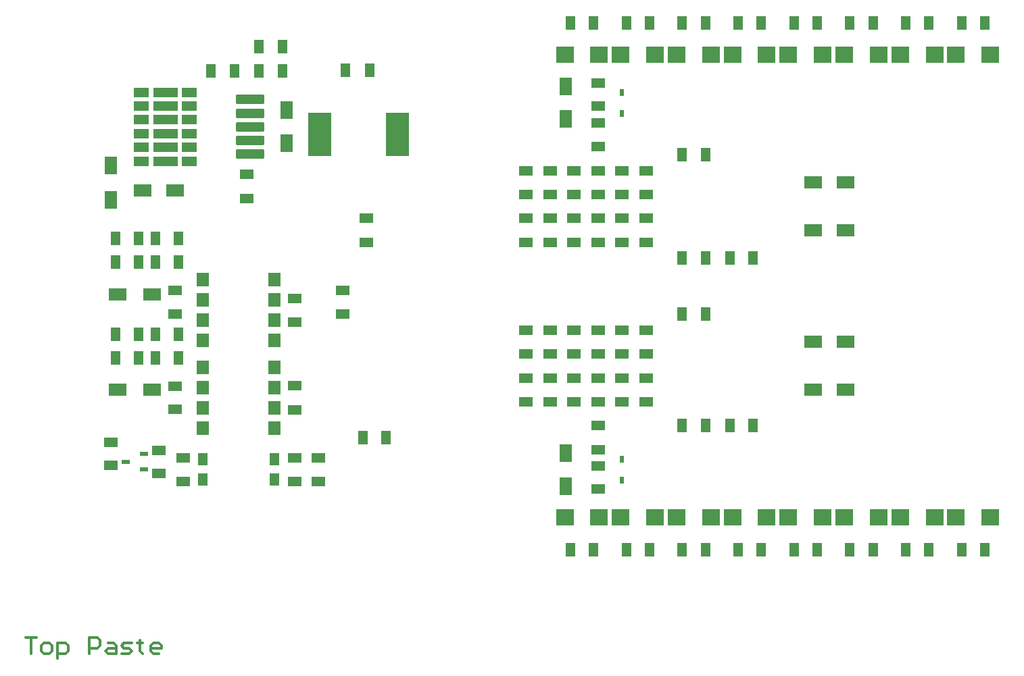
<source format=gtp>
G04*
G04 #@! TF.GenerationSoftware,Altium Limited,Altium Designer,22.5.1 (42)*
G04*
G04 Layer_Color=8421504*
%FSLAX25Y25*%
%MOIN*%
G70*
G04*
G04 #@! TF.SameCoordinates,AD146B9C-557F-4D5F-B811-4A91A8D423AC*
G04*
G04*
G04 #@! TF.FilePolarity,Positive*
G04*
G01*
G75*
%ADD10C,0.01181*%
%ADD17R,0.07500X0.05000*%
%ADD18R,0.12000X0.05000*%
%ADD19R,0.11417X0.21260*%
%ADD20R,0.04528X0.07087*%
%ADD21R,0.07087X0.04528*%
%ADD22R,0.09055X0.06102*%
%ADD23R,0.03937X0.02362*%
%ADD24R,0.05118X0.05906*%
%ADD25R,0.05984X0.07008*%
%ADD26R,0.08661X0.06102*%
%ADD27R,0.06102X0.09055*%
G04:AMPARAMS|DCode=28|XSize=45.28mil|YSize=141.73mil|CornerRadius=4.53mil|HoleSize=0mil|Usage=FLASHONLY|Rotation=270.000|XOffset=0mil|YOffset=0mil|HoleType=Round|Shape=RoundedRectangle|*
%AMROUNDEDRECTD28*
21,1,0.04528,0.13268,0,0,270.0*
21,1,0.03622,0.14173,0,0,270.0*
1,1,0.00906,-0.06634,-0.01811*
1,1,0.00906,-0.06634,0.01811*
1,1,0.00906,0.06634,0.01811*
1,1,0.00906,0.06634,-0.01811*
%
%ADD28ROUNDEDRECTD28*%
%ADD29R,0.06102X0.08661*%
%ADD30R,0.07087X0.04528*%
%ADD31R,0.01968X0.03543*%
%ADD32R,0.09055X0.08465*%
D10*
X1181Y-19820D02*
X6429D01*
X3805D01*
Y-27691D01*
X10364D02*
X12988D01*
X14300Y-26379D01*
Y-23755D01*
X12988Y-22444D01*
X10364D01*
X9053Y-23755D01*
Y-26379D01*
X10364Y-27691D01*
X16924Y-30315D02*
Y-22444D01*
X20860D01*
X22172Y-23755D01*
Y-26379D01*
X20860Y-27691D01*
X16924D01*
X32667D02*
Y-19820D01*
X36603D01*
X37915Y-21132D01*
Y-23755D01*
X36603Y-25067D01*
X32667D01*
X41850Y-22444D02*
X44474D01*
X45786Y-23755D01*
Y-27691D01*
X41850D01*
X40538Y-26379D01*
X41850Y-25067D01*
X45786D01*
X48410Y-27691D02*
X52346D01*
X53658Y-26379D01*
X52346Y-25067D01*
X49722D01*
X48410Y-23755D01*
X49722Y-22444D01*
X53658D01*
X57593Y-21132D02*
Y-22444D01*
X56282D01*
X58905D01*
X57593D01*
Y-26379D01*
X58905Y-27691D01*
X66777D02*
X64153D01*
X62841Y-26379D01*
Y-23755D01*
X64153Y-22444D01*
X66777D01*
X68089Y-23755D01*
Y-25067D01*
X62841D01*
D17*
X81864Y215283D02*
D03*
X58364D02*
D03*
Y222083D02*
D03*
X81864D02*
D03*
X58364Y228884D02*
D03*
X81864D02*
D03*
X58364Y235683D02*
D03*
X81864D02*
D03*
X58364Y249284D02*
D03*
X81864D02*
D03*
X58364Y242483D02*
D03*
X81864D02*
D03*
D18*
X70114Y215283D02*
D03*
Y222083D02*
D03*
Y228884D02*
D03*
Y235683D02*
D03*
Y249284D02*
D03*
Y242483D02*
D03*
D19*
X184449Y228346D02*
D03*
X146260D02*
D03*
D20*
X159000Y260000D02*
D03*
X170811D02*
D03*
X178937Y78740D02*
D03*
X167520D02*
D03*
X76575Y129921D02*
D03*
X65158D02*
D03*
X76575Y118110D02*
D03*
X65158D02*
D03*
X56890Y129921D02*
D03*
X45472D02*
D03*
X56890Y118110D02*
D03*
X45472D02*
D03*
X76575Y165354D02*
D03*
X65158D02*
D03*
X56890D02*
D03*
X45472D02*
D03*
X56890Y177165D02*
D03*
X45472D02*
D03*
X76575D02*
D03*
X65158D02*
D03*
X104134Y259842D02*
D03*
X92716D02*
D03*
X116142D02*
D03*
X127953D02*
D03*
X127756Y271654D02*
D03*
X116339D02*
D03*
X325000Y218504D02*
D03*
X336417D02*
D03*
X360039Y167323D02*
D03*
X348622D02*
D03*
X325000D02*
D03*
X336417D02*
D03*
X325000Y139764D02*
D03*
X336417D02*
D03*
X348622Y84646D02*
D03*
X360039D02*
D03*
X325000D02*
D03*
X336417D02*
D03*
X446654Y283465D02*
D03*
X435236D02*
D03*
X419095D02*
D03*
X407677D02*
D03*
X391535D02*
D03*
X380118D02*
D03*
X363976D02*
D03*
X352559D02*
D03*
X336417D02*
D03*
X325000D02*
D03*
X308858D02*
D03*
X297441D02*
D03*
X281299D02*
D03*
X269882D02*
D03*
X474213D02*
D03*
X462795D02*
D03*
X474213Y23622D02*
D03*
X462795D02*
D03*
X446654D02*
D03*
X435236D02*
D03*
X419095D02*
D03*
X407677D02*
D03*
X391535D02*
D03*
X380118D02*
D03*
X363976D02*
D03*
X352559D02*
D03*
X336417D02*
D03*
X325000D02*
D03*
X308858D02*
D03*
X297441D02*
D03*
X281299D02*
D03*
X269882D02*
D03*
D21*
X169291Y187008D02*
D03*
Y175197D02*
D03*
X157480Y151378D02*
D03*
Y139961D02*
D03*
X133858Y135827D02*
D03*
Y147638D02*
D03*
Y92520D02*
D03*
Y104331D02*
D03*
X145669Y57284D02*
D03*
Y68701D02*
D03*
X133858Y57284D02*
D03*
Y68701D02*
D03*
X43307Y76575D02*
D03*
Y65158D02*
D03*
X66929Y61221D02*
D03*
Y72638D02*
D03*
X78740Y68701D02*
D03*
Y57284D02*
D03*
X74803Y151378D02*
D03*
Y139961D02*
D03*
X283465Y222441D02*
D03*
Y234252D02*
D03*
Y253740D02*
D03*
Y242323D02*
D03*
Y84646D02*
D03*
Y72835D02*
D03*
Y53347D02*
D03*
Y64764D02*
D03*
X74803Y104134D02*
D03*
Y92716D02*
D03*
X110236Y208661D02*
D03*
Y196850D02*
D03*
D22*
X46654Y102362D02*
D03*
X63583D02*
D03*
X46654Y149606D02*
D03*
X63583D02*
D03*
D23*
X50591Y66929D02*
D03*
X59646Y70669D02*
D03*
Y63189D02*
D03*
D24*
X124016Y57992D02*
D03*
Y67992D02*
D03*
X88583D02*
D03*
Y57992D02*
D03*
D25*
X88563Y113425D02*
D03*
Y103425D02*
D03*
Y93425D02*
D03*
Y83425D02*
D03*
X124036Y113425D02*
D03*
Y103425D02*
D03*
Y93425D02*
D03*
Y83425D02*
D03*
X88563Y156732D02*
D03*
Y146732D02*
D03*
Y136732D02*
D03*
Y126732D02*
D03*
X124036Y156732D02*
D03*
Y146732D02*
D03*
Y136732D02*
D03*
Y126732D02*
D03*
D26*
X75000Y200787D02*
D03*
X58858D02*
D03*
X389567Y181102D02*
D03*
X405709D02*
D03*
X405709Y204724D02*
D03*
X389567D02*
D03*
X405709Y102362D02*
D03*
X389567D02*
D03*
X389567Y125984D02*
D03*
X405709D02*
D03*
D27*
X43307Y196260D02*
D03*
Y213189D02*
D03*
D28*
X112008Y245669D02*
D03*
Y238976D02*
D03*
Y232283D02*
D03*
Y225591D02*
D03*
Y218898D02*
D03*
D29*
X129921Y224213D02*
D03*
Y240354D02*
D03*
X267717Y252165D02*
D03*
Y236024D02*
D03*
Y54921D02*
D03*
Y71063D02*
D03*
D30*
X307087Y210630D02*
D03*
Y198819D02*
D03*
X295276Y210630D02*
D03*
Y198819D02*
D03*
X283465Y210630D02*
D03*
Y198819D02*
D03*
X271654Y210630D02*
D03*
Y198819D02*
D03*
X259842Y210630D02*
D03*
Y198819D02*
D03*
X248031Y210630D02*
D03*
Y198819D02*
D03*
X307087Y187008D02*
D03*
Y175197D02*
D03*
X295276Y187008D02*
D03*
Y175197D02*
D03*
X283465Y187008D02*
D03*
Y175197D02*
D03*
X271654Y187008D02*
D03*
Y175197D02*
D03*
X259842Y187008D02*
D03*
Y175197D02*
D03*
X248031Y187008D02*
D03*
Y175197D02*
D03*
X307087Y108268D02*
D03*
Y96457D02*
D03*
X295276Y108268D02*
D03*
Y96457D02*
D03*
X283465Y108268D02*
D03*
Y96457D02*
D03*
X271654Y108268D02*
D03*
Y96457D02*
D03*
X259842Y108268D02*
D03*
Y96457D02*
D03*
X248031Y108268D02*
D03*
Y96457D02*
D03*
X307087Y131890D02*
D03*
Y120079D02*
D03*
X295276Y131890D02*
D03*
Y120079D02*
D03*
X283465Y131890D02*
D03*
Y120079D02*
D03*
X271654Y131890D02*
D03*
Y120079D02*
D03*
X259842Y131890D02*
D03*
Y120079D02*
D03*
X248031Y131890D02*
D03*
Y120079D02*
D03*
D31*
X295276Y238976D02*
D03*
Y249213D02*
D03*
Y68110D02*
D03*
Y57874D02*
D03*
D32*
X284055Y267717D02*
D03*
X267126D02*
D03*
X311614D02*
D03*
X294685D02*
D03*
X339173D02*
D03*
X322244D02*
D03*
X366732D02*
D03*
X349803D02*
D03*
X394291D02*
D03*
X377362D02*
D03*
X421850D02*
D03*
X404921D02*
D03*
X449409D02*
D03*
X432480D02*
D03*
X460039D02*
D03*
X476968D02*
D03*
X460039Y39370D02*
D03*
X476968D02*
D03*
X449409D02*
D03*
X432480D02*
D03*
X421850D02*
D03*
X404921D02*
D03*
X394291D02*
D03*
X377362D02*
D03*
X366732D02*
D03*
X349803D02*
D03*
X339173D02*
D03*
X322244D02*
D03*
X311614D02*
D03*
X294685D02*
D03*
X284055D02*
D03*
X267126D02*
D03*
M02*

</source>
